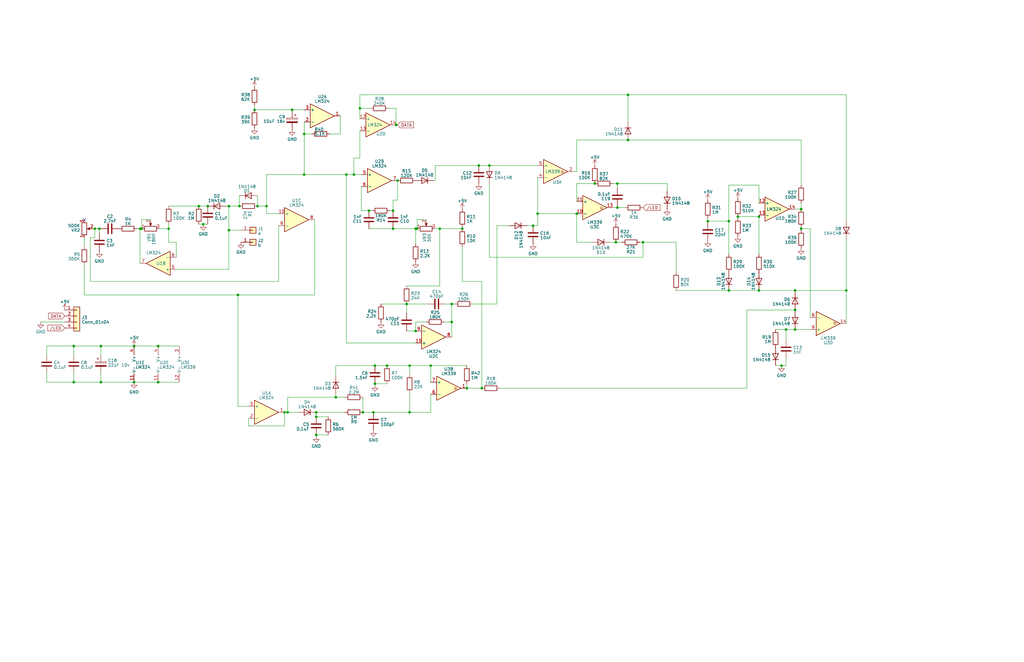
<source format=kicad_sch>
(kicad_sch (version 20230121) (generator eeschema)
  (paper "B")
  (lib_symbols
    (symbol "Amplifier_Operational:LM324" (pin_names (offset 0.127))
      (property "Reference" "U" (at 0 5.08 0))
      (property "Value" "LM324" (at 0 -5.08 0))
      (symbol "LM324_1_1"
        (polyline (pts (xy -5.08 5.08) (xy 5.08 0) (xy -5.08 -5.08) (xy -5.08 5.08)) (stroke (width 0.254)) (fill (type background)))
        (pin output line (at 7.62 0 180) (length 2.54) (name "~") (number "1"))
        (pin input line (at -7.62 -2.54 0) (length 2.54) (name "-") (number "2"))
        (pin input line (at -7.62 2.54 0) (length 2.54) (name "+") (number "3"))
      )
      (symbol "LM324_2_1"
        (polyline (pts (xy -5.08 5.08) (xy 5.08 0) (xy -5.08 -5.08) (xy -5.08 5.08)) (stroke (width 0.254)) (fill (type background)))
        (pin input line (at -7.62 2.54 0) (length 2.54) (name "+") (number "5"))
        (pin input line (at -7.62 -2.54 0) (length 2.54) (name "-") (number "6"))
        (pin output line (at 7.62 0 180) (length 2.54) (name "~") (number "7"))
      )
      (symbol "LM324_3_1"
        (polyline (pts (xy -5.08 5.08) (xy 5.08 0) (xy -5.08 -5.08) (xy -5.08 5.08)) (stroke (width 0.254)) (fill (type background)))
        (pin input line (at -7.62 2.54 0) (length 2.54) (name "+") (number "10"))
        (pin output line (at 7.62 0 180) (length 2.54) (name "~") (number "8"))
        (pin input line (at -7.62 -2.54 0) (length 2.54) (name "-") (number "9"))
      )
      (symbol "LM324_4_1"
        (polyline (pts (xy -5.08 5.08) (xy 5.08 0) (xy -5.08 -5.08) (xy -5.08 5.08)) (stroke (width 0.254)) (fill (type background)))
        (pin input line (at -7.62 2.54 0) (length 2.54) (name "+") (number "12"))
        (pin input line (at -7.62 -2.54 0) (length 2.54) (name "-") (number "13"))
        (pin output line (at 7.62 0 180) (length 2.54) (name "~") (number "14"))
      )
      (symbol "LM324_5_1"
        (pin power_in line (at -2.54 -7.62 90) (length 3.81) (name "V-") (number "11"))
        (pin power_in line (at -2.54 7.62 270) (length 3.81) (name "V+") (number "4"))
      )
    )
    (symbol "Comparator:LM339" (pin_names (offset 0.127))
      (property "Reference" "U" (at 0 5.08 0))
      (property "Value" "LM339" (at 0 -5.08 0))
      (symbol "LM339_1_1"
        (polyline (pts (xy -5.08 5.08) (xy 5.08 0) (xy -5.08 -5.08) (xy -5.08 5.08)) (stroke (width 0.254)) (fill (type background)))
        (polyline (pts (xy 3.302 -0.508) (xy 2.794 -0.508) (xy 3.302 0) (xy 2.794 0.508) (xy 2.286 0) (xy 2.794 -0.508) (xy 2.286 -0.508)) (stroke (width 0.127)))
        (pin open_collector line (at 7.62 0 180) (length 2.54) (name "~") (number "2"))
        (pin input line (at -7.62 -2.54 0) (length 2.54) (name "-") (number "4"))
        (pin input line (at -7.62 2.54 0) (length 2.54) (name "+") (number "5"))
      )
      (symbol "LM339_2_1"
        (polyline (pts (xy -5.08 5.08) (xy 5.08 0) (xy -5.08 -5.08) (xy -5.08 5.08)) (stroke (width 0.254)) (fill (type background)))
        (polyline (pts (xy 3.302 -0.508) (xy 2.794 -0.508) (xy 3.302 0) (xy 2.794 0.508) (xy 2.286 0) (xy 2.794 -0.508) (xy 2.286 -0.508)) (stroke (width 0.127)))
        (pin open_collector line (at 7.62 0 180) (length 2.54) (name "~") (number "1"))
        (pin input line (at -7.62 -2.54 0) (length 2.54) (name "-") (number "6"))
        (pin input line (at -7.62 2.54 0) (length 2.54) (name "+") (number "7"))
      )
      (symbol "LM339_3_1"
        (polyline (pts (xy -5.08 5.08) (xy 5.08 0) (xy -5.08 -5.08) (xy -5.08 5.08)) (stroke (width 0.254)) (fill (type background)))
        (polyline (pts (xy 3.302 -0.508) (xy 2.794 -0.508) (xy 3.302 0) (xy 2.794 0.508) (xy 2.286 0) (xy 2.794 -0.508) (xy 2.286 -0.508)) (stroke (width 0.127)))
        (pin input line (at -7.62 -2.54 0) (length 2.54) (name "-") (number "10"))
        (pin input line (at -7.62 2.54 0) (length 2.54) (name "+") (number "11"))
        (pin open_collector line (at 7.62 0 180) (length 2.54) (name "~") (number "13"))
      )
      (symbol "LM339_4_1"
        (polyline (pts (xy -5.08 5.08) (xy 5.08 0) (xy -5.08 -5.08) (xy -5.08 5.08)) (stroke (width 0.254)) (fill (type background)))
        (polyline (pts (xy 3.302 -0.508) (xy 2.794 -0.508) (xy 3.302 0) (xy 2.794 0.508) (xy 2.286 0) (xy 2.794 -0.508) (xy 2.286 -0.508)) (stroke (width 0.127)))
        (pin open_collector line (at 7.62 0 180) (length 2.54) (name "~") (number "14"))
        (pin input line (at -7.62 -2.54 0) (length 2.54) (name "-") (number "8"))
        (pin input line (at -7.62 2.54 0) (length 2.54) (name "+") (number "9"))
      )
      (symbol "LM339_5_1"
        (pin power_in line (at -2.54 -7.62 90) (length 3.81) (name "V-") (number "12"))
        (pin power_in line (at -2.54 7.62 270) (length 3.81) (name "V+") (number "3"))
      )
    )
    (symbol "Connector_Generic:Conn_01x01" (pin_names (offset 1.016) hide)
      (property "Reference" "J" (at 0 2.54 0))
      (property "Value" "Conn_01x01" (at 0 -2.54 0))
      (symbol "Conn_01x01_1_1"
        (rectangle (start -1.27 0.127) (end 0 -0.127) (stroke (width 0.1524)))
        (rectangle (start -1.27 1.27) (end 1.27 -1.27) (stroke (width 0.254)) (fill (type background)))
        (pin passive line (at -5.08 0 0) (length 3.81) (name "Pin_1") (number "1"))
      )
    )
    (symbol "Connector_Generic:Conn_01x04" (pin_names (offset 1.016) hide)
      (property "Reference" "J" (at 0 5.08 0))
      (property "Value" "Conn_01x04" (at 0 -7.62 0))
      (symbol "Conn_01x04_1_1"
        (rectangle (start -1.27 -4.953) (end 0 -5.207) (stroke (width 0.1524)))
        (rectangle (start -1.27 -2.413) (end 0 -2.667) (stroke (width 0.1524)))
        (rectangle (start -1.27 0.127) (end 0 -0.127) (stroke (width 0.1524)))
        (rectangle (start -1.27 2.667) (end 0 2.413) (stroke (width 0.1524)))
        (rectangle (start -1.27 3.81) (end 1.27 -6.35) (stroke (width 0.254)) (fill (type background)))
        (pin passive line (at -5.08 2.54 0) (length 3.81) (name "Pin_1") (number "1"))
        (pin passive line (at -5.08 0 0) (length 3.81) (name "Pin_2") (number "2"))
        (pin passive line (at -5.08 -2.54 0) (length 3.81) (name "Pin_3") (number "3"))
        (pin passive line (at -5.08 -5.08 0) (length 3.81) (name "Pin_4") (number "4"))
      )
    )
    (symbol "Device:C" (pin_numbers hide) (pin_names (offset 0.254))
      (property "Reference" "C" (at 0.635 2.54 0))
      (property "Value" "C" (at 0.635 -2.54 0))
      (symbol "C_0_1"
        (polyline (pts (xy -2.032 -0.762) (xy 2.032 -0.762)) (stroke (width 0.508)))
        (polyline (pts (xy -2.032 0.762) (xy 2.032 0.762)) (stroke (width 0.508)))
      )
      (symbol "C_1_1"
        (pin passive line (at 0 3.81 270) (length 2.794) (name "~") (number "1"))
        (pin passive line (at 0 -3.81 90) (length 2.794) (name "~") (number "2"))
      )
    )
    (symbol "Device:C_Polarized" (pin_numbers hide) (pin_names (offset 0.254))
      (property "Reference" "C" (at 0.635 2.54 0))
      (property "Value" "C_Polarized" (at 0.635 -2.54 0))
      (symbol "C_Polarized_0_1"
        (rectangle (start -2.286 0.508) (end 2.286 1.016))
        (polyline (pts (xy -1.778 2.286) (xy -0.762 2.286)))
        (polyline (pts (xy -1.27 2.794) (xy -1.27 1.778)))
        (rectangle (start 2.286 -0.508) (end -2.286 -1.016) (fill (type outline)))
      )
      (symbol "C_Polarized_1_1"
        (pin passive line (at 0 3.81 270) (length 2.794) (name "~") (number "1"))
        (pin passive line (at 0 -3.81 90) (length 2.794) (name "~") (number "2"))
      )
    )
    (symbol "Device:R" (pin_numbers hide) (pin_names (offset 0))
      (property "Reference" "R" (at 2.032 0 90))
      (property "Value" "R" (at 0 0 90))
      (symbol "R_0_1"
        (rectangle (start -1.016 -2.54) (end 1.016 2.54) (stroke (width 0.254)))
      )
      (symbol "R_1_1"
        (pin passive line (at 0 3.81 270) (length 1.27) (name "~") (number "1"))
        (pin passive line (at 0 -3.81 90) (length 1.27) (name "~") (number "2"))
      )
    )
    (symbol "Device:R_Potentiometer" (pin_names (offset 1.016) hide)
      (property "Reference" "RV" (at -4.445 0 90))
      (property "Value" "R_Potentiometer" (at -2.54 0 90))
      (symbol "R_Potentiometer_0_1"
        (polyline (pts (xy 2.54 0) (xy 1.524 0)))
        (polyline (pts (xy 1.143 0) (xy 2.286 0.508) (xy 2.286 -0.508) (xy 1.143 0)) (fill (type outline)))
        (rectangle (start 1.016 2.54) (end -1.016 -2.54) (stroke (width 0.254)))
      )
      (symbol "R_Potentiometer_1_1"
        (pin passive line (at 0 3.81 270) (length 1.27) (name "1") (number "1"))
        (pin passive line (at 3.81 0 180) (length 1.27) (name "2") (number "2"))
        (pin passive line (at 0 -3.81 90) (length 1.27) (name "3") (number "3"))
      )
    )
    (symbol "Diode:1N4148" (pin_numbers hide) (pin_names hide)
      (property "Reference" "D" (at 0 2.54 0))
      (property "Value" "1N4148" (at 0 -2.54 0))
      (symbol "1N4148_0_1"
        (polyline (pts (xy -1.27 1.27) (xy -1.27 -1.27)) (stroke (width 0.254)))
        (polyline (pts (xy 1.27 0) (xy -1.27 0)))
        (polyline (pts (xy 1.27 1.27) (xy 1.27 -1.27) (xy -1.27 0) (xy 1.27 1.27)) (stroke (width 0.254)))
      )
      (symbol "1N4148_1_1"
        (pin passive line (at -3.81 0 0) (length 2.54) (name "K") (number "1"))
        (pin passive line (at 3.81 0 180) (length 2.54) (name "A") (number "2"))
      )
    )
    (symbol "power:+5V" (power) (pin_names (offset 0))
      (property "Value" "+5V" (at 0 3.556 0))
      (symbol "+5V_0_1"
        (polyline (pts (xy -0.762 1.27) (xy 0 2.54)))
        (polyline (pts (xy 0 0) (xy 0 2.54)))
        (polyline (pts (xy 0 2.54) (xy 0.762 1.27)))
      )
      (symbol "+5V_1_1"
        (pin power_in line (at 0 0 90) (length 0) hide (name "+5V") (number "1"))
      )
    )
    (symbol "power:GND" (power) (pin_names (offset 0))
      (property "Value" "GND" (at 0 -3.81 0))
      (symbol "GND_0_1"
        (polyline (pts (xy 0 0) (xy 0 -1.27) (xy 1.27 -1.27) (xy 0 -2.54) (xy -1.27 -1.27) (xy 0 -1.27)))
      )
      (symbol "GND_1_1"
        (pin power_in line (at 0 0 270) (length 0) hide (name "GND") (number "1"))
      )
    )
  )
  (junction (at 121.285 173.99))
  (junction (at 112.395 86.995))
  (junction (at 133.35 175.895))
  (junction (at 59.055 96.52))
  (junction (at 96.52 86.995))
  (junction (at 175.26 96.52))
  (junction (at 87.63 86.995))
  (junction (at 100.33 124.46))
  (junction (at 108.585 86.995))
  (junction (at 158.115 154.305))
  (junction (at 128.27 56.515))
  (junction (at 56.515 146.05))
  (junction (at 85.725 94.615))
  (junction (at 320.04 122.555))
  (junction (at 56.515 161.29))
  (junction (at 100.965 86.995))
  (junction (at 203.2 163.83))
  (junction (at 171.45 128.27))
  (junction (at 201.93 69.85))
  (junction (at 243.205 90.17))
  (junction (at 320.04 91.44))
  (junction (at 59.69 96.52))
  (junction (at 335.28 130.81))
  (junction (at 42.545 146.05))
  (junction (at 329.565 154.305))
  (junction (at 307.34 93.345))
  (junction (at 107.315 46.355))
  (junction (at 264.795 59.055))
  (junction (at 167.005 52.705))
  (junction (at 260.35 87.63))
  (junction (at 175.895 96.52))
  (junction (at 175.26 139.7))
  (junction (at 172.72 173.99))
  (junction (at 224.79 95.25))
  (junction (at 40.005 96.52))
  (junction (at 250.825 77.47))
  (junction (at 66.675 146.05))
  (junction (at 259.715 102.235))
  (junction (at 149.225 73.66))
  (junction (at 226.695 90.17))
  (junction (at 165.735 96.52))
  (junction (at 157.48 173.99))
  (junction (at 146.05 73.66))
  (junction (at 190.5 128.27))
  (junction (at 165.735 88.9))
  (junction (at 194.945 96.52))
  (junction (at 335.28 122.555))
  (junction (at 271.145 102.235))
  (junction (at 356.87 122.555))
  (junction (at 298.45 93.345))
  (junction (at 133.35 173.99))
  (junction (at 83.82 86.995))
  (junction (at 206.375 69.85))
  (junction (at 190.5 135.89))
  (junction (at 42.545 161.29))
  (junction (at 31.115 146.05))
  (junction (at 153.035 173.99))
  (junction (at 41.91 96.52))
  (junction (at 31.115 161.29))
  (junction (at 185.42 96.52))
  (junction (at 133.35 183.515))
  (junction (at 337.82 88.265))
  (junction (at 158.115 161.925))
  (junction (at 337.82 96.52))
  (junction (at 196.85 163.83))
  (junction (at 71.12 96.52))
  (junction (at 120.015 173.99))
  (junction (at 123.19 46.355))
  (junction (at 167.64 76.2))
  (junction (at 311.15 91.44))
  (junction (at 172.72 154.305))
  (junction (at 260.35 77.47))
  (junction (at 181.61 154.305))
  (junction (at 163.195 154.305))
  (junction (at 128.27 73.66))
  (junction (at 141.605 167.64))
  (junction (at 264.795 40.005))
  (junction (at 335.28 139.065))
  (junction (at 331.47 139.065))
  (junction (at 96.52 97.155))
  (junction (at 155.575 88.9))
  (junction (at 151.765 45.72))
  (junction (at 307.34 122.555))
  (junction (at 66.675 161.29))
  (no_connect (at 35.56 92.71))
  (wire (pts (xy 112.395 90.17) (xy 112.395 86.995)))
  (wire (pts (xy 337.82 85.725) (xy 337.82 88.265)))
  (wire (pts (xy 121.285 173.99) (xy 121.285 167.64)))
  (wire (pts (xy 57.785 96.52) (xy 59.055 96.52)))
  (wire (pts (xy 31.115 161.29) (xy 42.545 161.29)))
  (wire (pts (xy 112.395 86.995) (xy 112.395 73.66)))
  (wire (pts (xy 307.34 78.105) (xy 307.34 93.345)))
  (wire (pts (xy 96.52 97.155) (xy 96.52 113.665)))
  (wire (pts (xy 131.445 56.515) (xy 128.27 56.515)))
  (wire (pts (xy 175.26 144.78) (xy 146.05 144.78)))
  (wire (pts (xy 31.115 161.29) (xy 31.115 157.48)))
  (wire (pts (xy 133.35 183.515) (xy 138.43 183.515)))
  (wire (pts (xy 59.69 92.71) (xy 63.5 92.71)))
  (wire (pts (xy 74.295 102.235) (xy 71.12 102.235)))
  (wire (pts (xy 337.82 96.52) (xy 341.63 96.52)))
  (wire (pts (xy 298.45 92.075) (xy 298.45 93.345)))
  (wire (pts (xy 128.27 56.515) (xy 128.27 73.66)))
  (wire (pts (xy 175.26 96.52) (xy 175.895 96.52)))
  (wire (pts (xy 307.34 93.345) (xy 307.34 107.315)))
  (wire (pts (xy 104.775 171.45) (xy 100.33 171.45)))
  (wire (pts (xy 203.2 118.745) (xy 194.945 118.745)))
  (wire (pts (xy 42.545 146.05) (xy 42.545 149.86)))
  (wire (pts (xy 167.005 52.705) (xy 167.64 52.705)))
  (wire (pts (xy 108.585 86.995) (xy 112.395 86.995)))
  (wire (pts (xy 175.26 135.89) (xy 179.705 135.89)))
  (wire (pts (xy 41.91 96.52) (xy 41.91 98.425)))
  (wire (pts (xy 100.965 82.55) (xy 100.965 86.995)))
  (wire (pts (xy 183.515 69.85) (xy 201.93 69.85)))
  (wire (pts (xy 337.82 96.52) (xy 337.82 97.155)))
  (wire (pts (xy 59.055 96.52) (xy 59.055 111.125)))
  (wire (pts (xy 31.115 146.05) (xy 42.545 146.05)))
  (wire (pts (xy 156.845 88.9) (xy 155.575 88.9)))
  (wire (pts (xy 258.445 77.47) (xy 260.35 77.47)))
  (wire (pts (xy 263.525 87.63) (xy 260.35 87.63)))
  (wire (pts (xy 74.295 113.665) (xy 96.52 113.665)))
  (wire (pts (xy 133.35 173.99) (xy 145.415 173.99)))
  (wire (pts (xy 335.28 130.81) (xy 335.28 131.445)))
  (wire (pts (xy 121.285 173.99) (xy 125.73 173.99)))
  (wire (pts (xy 226.695 90.17) (xy 243.205 90.17)))
  (wire (pts (xy 152.4 78.74) (xy 152.4 88.9)))
  (wire (pts (xy 320.04 107.315) (xy 320.04 91.44)))
  (wire (pts (xy 190.5 135.89) (xy 187.325 135.89)))
  (wire (pts (xy 320.04 91.44) (xy 320.04 90.805)))
  (wire (pts (xy 185.42 96.52) (xy 194.945 96.52)))
  (wire (pts (xy 165.735 96.52) (xy 175.26 96.52)))
  (wire (pts (xy 141.605 167.64) (xy 145.415 167.64)))
  (wire (pts (xy 181.61 166.37) (xy 181.61 173.99)))
  (wire (pts (xy 329.565 154.305) (xy 331.47 154.305)))
  (wire (pts (xy 356.87 136.525) (xy 356.87 122.555)))
  (wire (pts (xy 42.545 146.05) (xy 56.515 146.05)))
  (wire (pts (xy 190.5 142.24) (xy 190.5 135.89)))
  (wire (pts (xy 71.12 86.995) (xy 83.82 86.995)))
  (wire (pts (xy 257.175 102.235) (xy 259.715 102.235)))
  (wire (pts (xy 151.765 45.72) (xy 151.765 50.165)))
  (wire (pts (xy 95.25 86.995) (xy 96.52 86.995)))
  (wire (pts (xy 331.47 154.305) (xy 331.47 151.13)))
  (wire (pts (xy 298.45 93.345) (xy 298.45 93.98)))
  (wire (pts (xy 151.765 66.675) (xy 149.225 66.675)))
  (wire (pts (xy 104.775 176.53) (xy 104.775 179.705)))
  (wire (pts (xy 175.895 92.71) (xy 179.705 92.71)))
  (wire (pts (xy 153.035 167.64) (xy 153.035 173.99)))
  (wire (pts (xy 117.475 90.17) (xy 112.395 90.17)))
  (wire (pts (xy 243.205 77.47) (xy 243.205 85.09)))
  (wire (pts (xy 209.55 128.27) (xy 199.39 128.27)))
  (wire (pts (xy 141.605 154.305) (xy 158.115 154.305)))
  (wire (pts (xy 133.35 184.15) (xy 133.35 183.515)))
  (wire (pts (xy 243.205 72.39) (xy 243.205 59.055)))
  (wire (pts (xy 139.065 56.515) (xy 143.51 56.515)))
  (wire (pts (xy 19.685 161.29) (xy 19.685 157.48)))
  (wire (pts (xy 196.85 161.925) (xy 196.85 163.83)))
  (wire (pts (xy 260.35 87.63) (xy 258.445 87.63)))
  (wire (pts (xy 337.82 59.055) (xy 264.795 59.055)))
  (wire (pts (xy 66.675 146.05) (xy 56.515 146.05)))
  (wire (pts (xy 40.005 96.52) (xy 41.91 96.52)))
  (wire (pts (xy 341.63 96.52) (xy 341.63 133.985)))
  (wire (pts (xy 172.72 173.99) (xy 172.72 165.735)))
  (wire (pts (xy 146.05 144.78) (xy 146.05 73.66)))
  (wire (pts (xy 42.545 96.52) (xy 41.91 96.52)))
  (wire (pts (xy 138.43 175.895) (xy 133.35 175.895)))
  (wire (pts (xy 85.725 94.615) (xy 87.63 94.615)))
  (wire (pts (xy 158.115 162.56) (xy 158.115 161.925)))
  (wire (pts (xy 203.2 163.83) (xy 203.2 118.745)))
  (wire (pts (xy 209.55 95.25) (xy 209.55 128.27)))
  (wire (pts (xy 337.82 95.885) (xy 337.82 96.52)))
  (wire (pts (xy 206.375 69.85) (xy 226.695 69.85)))
  (wire (pts (xy 141.605 158.75) (xy 141.605 154.305)))
  (wire (pts (xy 194.945 118.745) (xy 194.945 104.14)))
  (wire (pts (xy 67.31 96.52) (xy 71.12 96.52)))
  (wire (pts (xy 160.655 128.27) (xy 171.45 128.27)))
  (wire (pts (xy 191.77 128.27) (xy 190.5 128.27)))
  (wire (pts (xy 222.25 95.25) (xy 224.79 95.25)))
  (wire (pts (xy 71.12 96.52) (xy 71.12 102.235)))
  (wire (pts (xy 66.675 161.29) (xy 56.515 161.29)))
  (wire (pts (xy 31.115 146.05) (xy 31.115 149.86)))
  (wire (pts (xy 17.145 135.89) (xy 27.305 135.89)))
  (wire (pts (xy 117.475 95.25) (xy 117.475 118.745)))
  (wire (pts (xy 120.015 173.99) (xy 121.285 173.99)))
  (wire (pts (xy 39.37 96.52) (xy 40.005 96.52)))
  (wire (pts (xy 181.61 154.305) (xy 196.85 154.305)))
  (wire (pts (xy 75.565 161.29) (xy 66.675 161.29)))
  (wire (pts (xy 167.64 84.455) (xy 165.735 84.455)))
  (wire (pts (xy 226.695 95.25) (xy 226.695 90.17)))
  (wire (pts (xy 74.295 108.585) (xy 74.295 102.235)))
  (wire (pts (xy 337.82 59.055) (xy 337.82 78.105)))
  (wire (pts (xy 40.005 96.52) (xy 40.005 100.33)))
  (wire (pts (xy 167.005 45.72) (xy 163.83 45.72)))
  (wire (pts (xy 356.87 100.965) (xy 356.87 122.555)))
  (wire (pts (xy 194.945 95.885) (xy 194.945 96.52)))
  (wire (pts (xy 226.695 74.93) (xy 226.695 90.17)))
  (wire (pts (xy 175.26 139.7) (xy 175.26 135.89)))
  (wire (pts (xy 42.545 161.29) (xy 56.515 161.29)))
  (wire (pts (xy 35.56 100.33) (xy 35.56 104.14)))
  (wire (pts (xy 165.735 96.52) (xy 155.575 96.52)))
  (wire (pts (xy 83.82 94.615) (xy 85.725 94.615)))
  (wire (pts (xy 171.45 139.7) (xy 175.26 139.7)))
  (wire (pts (xy 100.33 124.46) (xy 100.33 171.45)))
  (wire (pts (xy 96.52 86.995) (xy 100.965 86.995)))
  (wire (pts (xy 83.82 86.995) (xy 87.63 86.995)))
  (wire (pts (xy 165.735 88.9) (xy 164.465 88.9)))
  (wire (pts (xy 172.72 173.99) (xy 181.61 173.99)))
  (wire (pts (xy 243.205 102.235) (xy 243.205 90.17)))
  (wire (pts (xy 264.795 40.005) (xy 356.87 40.005)))
  (wire (pts (xy 335.28 122.555) (xy 335.28 123.19)))
  (wire (pts (xy 210.82 163.83) (xy 314.96 163.83)))
  (wire (pts (xy 107.315 46.355) (xy 107.315 44.45)))
  (wire (pts (xy 19.685 146.05) (xy 19.685 149.86)))
  (wire (pts (xy 264.795 40.005) (xy 264.795 51.435)))
  (wire (pts (xy 121.285 167.64) (xy 141.605 167.64)))
  (wire (pts (xy 241.935 72.39) (xy 243.205 72.39)))
  (wire (pts (xy 183.515 76.2) (xy 183.515 69.85)))
  (wire (pts (xy 123.19 46.355) (xy 128.27 46.355)))
  (wire (pts (xy 158.115 154.305) (xy 163.195 154.305)))
  (wire (pts (xy 175.895 96.52) (xy 175.895 92.71)))
  (wire (pts (xy 133.35 173.99) (xy 133.35 175.895)))
  (wire (pts (xy 314.96 130.81) (xy 335.28 130.81)))
  (wire (pts (xy 149.225 66.675) (xy 149.225 73.66)))
  (wire (pts (xy 171.45 128.27) (xy 171.45 132.08)))
  (wire (pts (xy 331.47 143.51) (xy 331.47 139.065)))
  (wire (pts (xy 38.1 118.745) (xy 117.475 118.745)))
  (wire (pts (xy 141.605 166.37) (xy 141.605 167.64)))
  (wire (pts (xy 335.28 88.265) (xy 337.82 88.265)))
  (wire (pts (xy 128.27 73.66) (xy 146.05 73.66)))
  (wire (pts (xy 167.005 52.705) (xy 167.005 45.72)))
  (wire (pts (xy 269.875 102.235) (xy 271.145 102.235)))
  (wire (pts (xy 151.765 40.005) (xy 264.795 40.005)))
  (wire (pts (xy 123.19 46.355) (xy 123.19 46.99)))
  (wire (pts (xy 259.715 102.235) (xy 262.255 102.235)))
  (wire (pts (xy 206.375 77.47) (xy 206.375 108.585)))
  (wire (pts (xy 153.035 173.99) (xy 157.48 173.99)))
  (wire (pts (xy 185.42 120.65) (xy 185.42 96.52)))
  (wire (pts (xy 132.715 124.46) (xy 132.715 92.71)))
  (wire (pts (xy 108.585 82.55) (xy 108.585 86.995)))
  (wire (pts (xy 75.565 146.05) (xy 66.675 146.05)))
  (wire (pts (xy 311.15 91.44) (xy 311.15 92.075)))
  (wire (pts (xy 271.145 102.235) (xy 285.115 102.235)))
  (wire (pts (xy 167.64 76.2) (xy 167.64 84.455)))
  (wire (pts (xy 271.145 108.585) (xy 271.145 102.235)))
  (wire (pts (xy 214.63 95.25) (xy 209.55 95.25)))
  (wire (pts (xy 38.1 100.33) (xy 38.1 118.745)))
  (wire (pts (xy 35.56 111.76) (xy 35.56 124.46)))
  (wire (pts (xy 281.305 77.47) (xy 281.305 80.645)))
  (wire (pts (xy 206.375 108.585) (xy 271.145 108.585)))
  (wire (pts (xy 120.015 179.705) (xy 120.015 173.99)))
  (wire (pts (xy 182.88 76.2) (xy 183.515 76.2)))
  (wire (pts (xy 163.195 154.305) (xy 172.72 154.305)))
  (wire (pts (xy 281.305 77.47) (xy 260.35 77.47)))
  (wire (pts (xy 331.47 139.065) (xy 335.28 139.065)))
  (wire (pts (xy 298.45 93.345) (xy 307.34 93.345)))
  (wire (pts (xy 19.685 146.05) (xy 31.115 146.05)))
  (wire (pts (xy 152.4 88.9) (xy 155.575 88.9)))
  (wire (pts (xy 307.34 122.555) (xy 320.04 122.555)))
  (wire (pts (xy 320.04 122.555) (xy 335.28 122.555)))
  (wire (pts (xy 356.87 93.345) (xy 356.87 40.005)))
  (wire (pts (xy 100.33 124.46) (xy 132.715 124.46)))
  (wire (pts (xy 181.61 154.305) (xy 181.61 161.29)))
  (wire (pts (xy 335.28 122.555) (xy 356.87 122.555)))
  (wire (pts (xy 38.1 100.33) (xy 40.005 100.33)))
  (wire (pts (xy 19.685 161.29) (xy 31.115 161.29)))
  (wire (pts (xy 183.515 96.52) (xy 185.42 96.52)))
  (wire (pts (xy 196.85 163.83) (xy 203.2 163.83)))
  (wire (pts (xy 128.27 51.435) (xy 128.27 56.515)))
  (wire (pts (xy 335.28 139.065) (xy 341.63 139.065)))
  (wire (pts (xy 314.96 163.83) (xy 314.96 130.81)))
  (wire (pts (xy 151.765 45.72) (xy 156.21 45.72)))
  (wire (pts (xy 151.765 55.245) (xy 151.765 66.675)))
  (wire (pts (xy 149.225 73.66) (xy 152.4 73.66)))
  (wire (pts (xy 285.115 122.555) (xy 307.34 122.555)))
  (wire (pts (xy 71.12 94.615) (xy 71.12 96.52)))
  (wire (pts (xy 143.51 56.515) (xy 143.51 48.895)))
  (wire (pts (xy 157.48 173.99) (xy 172.72 173.99)))
  (wire (pts (xy 59.055 96.52) (xy 59.69 96.52)))
  (wire (pts (xy 243.205 59.055) (xy 264.795 59.055)))
  (wire (pts (xy 35.56 124.46) (xy 100.33 124.46)))
  (wire (pts (xy 320.04 78.105) (xy 320.04 85.725)))
  (wire (pts (xy 243.205 77.47) (xy 250.825 77.47)))
  (wire (pts (xy 128.27 73.66) (xy 112.395 73.66)))
  (wire (pts (xy 96.52 97.155) (xy 101.6 97.155)))
  (wire (pts (xy 107.315 46.355) (xy 123.19 46.355)))
  (wire (pts (xy 260.35 86.995) (xy 260.35 87.63)))
  (wire (pts (xy 224.79 95.25) (xy 226.695 95.25)))
  (wire (pts (xy 320.04 78.105) (xy 307.34 78.105)))
  (wire (pts (xy 249.555 102.235) (xy 243.205 102.235)))
  (wire (pts (xy 190.5 135.89) (xy 190.5 128.27)))
  (wire (pts (xy 187.96 128.27) (xy 190.5 128.27)))
  (wire (pts (xy 59.69 96.52) (xy 59.69 92.71)))
  (wire (pts (xy 42.545 161.29) (xy 42.545 157.48)))
  (wire (pts (xy 171.45 128.27) (xy 180.34 128.27)))
  (wire (pts (xy 104.775 179.705) (xy 120.015 179.705)))
  (wire (pts (xy 171.45 120.65) (xy 185.42 120.65)))
  (wire (pts (xy 260.35 77.47) (xy 260.35 79.375)))
  (wire (pts (xy 285.115 102.235) (xy 285.115 114.935)))
  (wire (pts (xy 175.26 102.87) (xy 175.26 96.52)))
  (wire (pts (xy 172.72 154.305) (xy 172.72 158.115)))
  (wire (pts (xy 327.025 139.065) (xy 331.47 139.065)))
  (wire (pts (xy 146.05 73.66) (xy 149.225 73.66)))
  (wire (pts (xy 151.765 40.005) (xy 151.765 45.72)))
  (wire (pts (xy 201.93 69.85) (xy 206.375 69.85)))
  (wire (pts (xy 96.52 86.995) (xy 96.52 97.155)))
  (wire (pts (xy 320.04 91.44) (xy 311.15 91.44)))
  (wire (pts (xy 172.72 154.305) (xy 181.61 154.305)))
  (wire (pts (xy 327.025 154.305) (xy 329.565 154.305)))
  (wire (pts (xy 158.115 161.925) (xy 163.195 161.925)))
  (wire (pts (xy 165.735 84.455) (xy 165.735 88.9)))
  (global_label "DATA" (shape input) (at 27.305 133.35 180) (property "Intersheetrefs" "${INTERSHEET_REFS}" (effects hide)))
  (global_label "DATA" (shape input) (at 167.64 52.705 0) (property "Intersheetrefs" "${INTERSHEET_REFS}" (effects hide)))
  (global_label "{slash}LED" (shape input) (at 271.145 87.63 0) (property "Intersheetrefs" "${INTERSHEET_REFS}" (effects hide)))
  (global_label "{slash}LED" (shape input) (at 27.305 138.43 180) (property "Intersheetrefs" "${INTERSHEET_REFS}" (effects hide)))
  (symbol (lib_id "Device:R") (at 250.825 73.66 0) (mirror y) (unit 1)
    (property "Reference" "R16" (at 249.047 73.0163 0) (effects (justify left)))
    (property "Value" "150K" (at 249.047 74.9373 0) (effects (justify left)))
  )
  (symbol (lib_id "Device:R") (at 337.82 92.075 0) (mirror y) (unit 1)
    (property "Reference" "R34" (at 336.042 91.4313 0) (effects (justify left)))
    (property "Value" "180K" (at 336.042 93.3523 0) (effects (justify left)))
  )
  (symbol (lib_id "power:GND") (at 224.79 102.87 0) (unit 1)
    (property "Reference" "#PWR020" (effects hide))
    (property "Value" "GND" (at 224.79 107.0055 0))
  )
  (symbol (lib_id "Amplifier_Operational:LM324") (at 66.675 111.125 180) (unit 2)
    (property "Reference" "U1" (at 67.945 111.125 0))
    (property "Value" "LM324" (at 64.77 106.68 0))
    (property "Datasheet" "http://www.ti.com/lit/ds/symlink/lm2902-n.pdf" (effects hide))
  )
  (symbol (lib_id "Amplifier_Operational:LM324") (at 135.89 48.895 0) (unit 1)
    (property "Reference" "U2" (at 135.89 40.8051 0))
    (property "Value" "LM324" (at 135.89 42.7261 0))
    (property "Datasheet" "http://www.ti.com/lit/ds/symlink/lm2902-n.pdf" (effects hide))
  )
  (symbol (lib_id "power:+5V") (at 56.515 146.05 0) (unit 1)
    (property "Reference" "#PWR04" (effects hide))
    (property "Value" "+5V" (at 56.515 142.5481 0))
  )
  (symbol (lib_id "power:+5V") (at 250.825 69.85 0) (unit 1)
    (property "Reference" "#PWR028" (effects hide))
    (property "Value" "+5V" (at 250.825 66.3481 0))
  )
  (symbol (lib_id "Device:R") (at 172.72 161.925 0) (unit 1)
    (property "Reference" "R8" (at 174.498 161.2813 0) (effects (justify left)))
    (property "Value" "22K" (at 174.498 163.2023 0) (effects (justify left)))
  )
  (symbol (lib_id "Amplifier_Operational:LM324") (at 160.02 76.2 0) (unit 2)
    (property "Reference" "U2" (at 160.02 68.1101 0))
    (property "Value" "LM324" (at 160.02 70.0311 0))
    (property "Datasheet" "http://www.ti.com/lit/ds/symlink/lm2902-n.pdf" (effects hide))
  )
  (symbol (lib_id "Diode:1N4148") (at 335.28 127 90) (mirror x) (unit 1)
    (property "Reference" "D6" (at 333.248 126.3563 90) (effects (justify left)))
    (property "Value" "1N4148" (at 333.248 128.2773 90) (effects (justify left)))
    (property "Footprint" "Diode_THT:D_DO-35_SOD27_P7.62mm_Horizontal" (effects hide))
    (property "Datasheet" "https://assets.nexperia.com/documents/data-sheet/1N4148_1N4448.pdf" (effects hide))
    (property "Sim.Device" "D" (effects hide))
    (property "Sim.Pins" "1=K 2=A" (effects hide))
  )
  (symbol (lib_id "Device:C") (at 46.355 96.52 90) (unit 1)
    (property "Reference" "C2" (at 46.355 91.3511 90))
    (property "Value" "2.7nF" (at 46.355 93.2721 90))
  )
  (symbol (lib_id "power:GND") (at 158.115 162.56 0) (unit 1)
    (property "Reference" "#PWR016" (effects hide))
    (property "Value" "GND" (at 158.115 166.6955 0))
  )
  (symbol (lib_id "Device:R") (at 320.04 111.125 0) (unit 1)
    (property "Reference" "R30" (at 321.818 110.4813 0) (effects (justify left)))
    (property "Value" "510K" (at 321.818 112.4023 0) (effects (justify left)))
  )
  (symbol (lib_id "Device:R") (at 171.45 76.2 90) (unit 1)
    (property "Reference" "R15" (at 171.45 72.1741 90))
    (property "Value" "120K" (at 171.45 74.0951 90))
  )
  (symbol (lib_id "Device:C") (at 87.63 90.805 0) (unit 1)
    (property "Reference" "C1" (at 90.551 90.1613 0) (effects (justify left)))
    (property "Value" "0.1uF" (at 90.551 92.0823 0) (effects (justify left)))
  )
  (symbol (lib_id "power:GND") (at 311.15 99.695 0) (unit 1)
    (property "Reference" "#PWR013" (effects hide))
    (property "Value" "GND" (at 311.15 103.8305 0))
  )
  (symbol (lib_id "power:+5V") (at 311.15 83.82 0) (unit 1)
    (property "Reference" "#PWR029" (effects hide))
    (property "Value" "+5V" (at 311.15 80.3181 0))
  )
  (symbol (lib_id "Device:R_Potentiometer") (at 63.5 96.52 90) (unit 1)
    (property "Reference" "VR1" (at 62.8563 98.2979 0) (effects (justify right)))
    (property "Value" "180K" (at 64.7773 98.2979 0) (effects (justify right)))
  )
  (symbol (lib_id "Device:R_Potentiometer") (at 179.705 96.52 90) (unit 1)
    (property "Reference" "VR3" (at 179.0613 98.298 0) (effects (justify right)))
    (property "Value" "50K" (at 180.9823 98.298 0) (effects (justify right)))
  )
  (symbol (lib_id "Device:R") (at 160.655 88.9 270) (unit 1)
    (property "Reference" "R14" (at 160.655 92.9259 90))
    (property "Value" "180K" (at 160.655 91.0049 90))
  )
  (symbol (lib_id "Device:C_Polarized") (at 123.19 50.8 0) (mirror y) (unit 1)
    (property "Reference" "C9" (at 120.269 49.2673 0) (effects (justify left)))
    (property "Value" "10uF 16v" (at 120.269 51.1883 0) (effects (justify left)))
  )
  (symbol (lib_id "Device:R") (at 311.15 87.63 0) (unit 1)
    (property "Reference" "R32" (at 312.928 86.9863 0) (effects (justify left)))
    (property "Value" "510K" (at 312.928 88.9073 0) (effects (justify left)))
  )
  (symbol (lib_id "Diode:1N4148") (at 253.365 102.235 0) (mirror y) (unit 1)
    (property "Reference" "D10" (at 253.365 106.5149 0))
    (property "Value" "1N4148" (at 253.365 104.5939 0))
    (property "Footprint" "Diode_THT:D_DO-35_SOD27_P7.62mm_Horizontal" (effects hide))
    (property "Datasheet" "https://assets.nexperia.com/documents/data-sheet/1N4148_1N4448.pdf" (effects hide))
    (property "Sim.Device" "D" (effects hide))
    (property "Sim.Pins" "1=K 2=A" (effects hide))
  )
  (symbol (lib_id "Diode:1N4148") (at 264.795 55.245 90) (mirror x) (unit 1)
    (property "Reference" "D11" (at 262.763 54.6013 90) (effects (justify left)))
    (property "Value" "1N4148" (at 262.763 56.5223 90) (effects (justify left)))
    (property "Footprint" "Diode_THT:D_DO-35_SOD27_P7.62mm_Horizontal" (effects hide))
    (property "Datasheet" "https://assets.nexperia.com/documents/data-sheet/1N4148_1N4448.pdf" (effects hide))
    (property "Sim.Device" "D" (effects hide))
    (property "Sim.Pins" "1=K 2=A" (effects hide))
  )
  (symbol (lib_id "Device:C") (at 224.79 99.06 0) (unit 1)
    (property "Reference" "C16" (at 227.711 98.4163 0) (effects (justify left)))
    (property "Value" "10nF" (at 227.711 100.3373 0) (effects (justify left)))
  )
  (symbol (lib_id "Diode:1N4148") (at 335.28 135.255 270) (mirror x) (unit 1)
    (property "Reference" "D7" (at 333.248 134.6113 90) (effects (justify right)))
    (property "Value" "1N4148" (at 333.248 136.5323 90) (effects (justify right)))
    (property "Footprint" "Diode_THT:D_DO-35_SOD27_P7.62mm_Horizontal" (effects hide))
    (property "Datasheet" "https://assets.nexperia.com/documents/data-sheet/1N4148_1N4448.pdf" (effects hide))
    (property "Sim.Device" "D" (effects hide))
    (property "Sim.Pins" "1=K 2=A" (effects hide))
  )
  (symbol (lib_id "Device:R") (at 53.975 96.52 90) (unit 1)
    (property "Reference" "R4" (at 53.975 92.4941 90))
    (property "Value" "1K" (at 53.975 94.4151 90))
  )
  (symbol (lib_id "Device:C") (at 155.575 92.71 180) (unit 1)
    (property "Reference" "C11" (at 152.654 93.3537 0) (effects (justify left)))
    (property "Value" "1nF" (at 152.654 91.4327 0) (effects (justify left)))
  )
  (symbol (lib_id "Device:R") (at 71.12 90.805 0) (unit 1)
    (property "Reference" "R3" (at 72.898 90.1613 0) (effects (justify left)))
    (property "Value" "100K" (at 72.898 92.0823 0) (effects (justify left)))
  )
  (symbol (lib_id "Diode:1N4148") (at 179.07 76.2 180) (unit 1)
    (property "Reference" "D5" (at 179.07 71.9201 0))
    (property "Value" "1N4148" (at 179.07 73.8411 0))
    (property "Footprint" "Diode_THT:D_DO-35_SOD27_P7.62mm_Horizontal" (effects hide))
    (property "Datasheet" "https://assets.nexperia.com/documents/data-sheet/1N4148_1N4448.pdf" (effects hide))
    (property "Sim.Device" "D" (effects hide))
    (property "Sim.Pins" "1=K 2=A" (effects hide))
  )
  (symbol (lib_id "Connector_Generic:Conn_01x01") (at 106.68 102.235 0) (unit 1)
    (property "Reference" "J2" (at 108.712 101.5913 0) (effects (justify left)))
    (property "Value" "b" (at 108.712 103.5123 0) (effects (justify left)))
  )
  (symbol (lib_id "power:GND") (at 337.82 104.775 0) (unit 1)
    (property "Reference" "#PWR012" (effects hide))
    (property "Value" "GND" (at 337.82 108.9105 0))
  )
  (symbol (lib_id "Diode:1N4148") (at 104.775 82.55 0) (mirror x) (unit 1)
    (property "Reference" "D1" (at 105.4187 80.518 0) (effects (justify right)))
    (property "Value" "1N4148" (at 107.95 78.74 0) (effects (justify right)))
    (property "Footprint" "Diode_THT:D_DO-35_SOD27_P7.62mm_Horizontal" (effects hide))
    (property "Datasheet" "https://assets.nexperia.com/documents/data-sheet/1N4148_1N4448.pdf" (effects hide))
    (property "Sim.Device" "D" (effects hide))
    (property "Sim.Pins" "1=K 2=A" (effects hide))
  )
  (symbol (lib_id "Device:C") (at 184.15 128.27 90) (unit 1)
    (property "Reference" "C14" (at 184.15 123.1011 90))
    (property "Value" "470pF" (at 184.15 125.0221 90))
  )
  (symbol (lib_id "Diode:1N4148") (at 281.305 84.455 90) (unit 1)
    (property "Reference" "D16" (at 283.337 83.8113 90) (effects (justify right)))
    (property "Value" "1N4148" (at 283.337 85.7323 90) (effects (justify right)))
    (property "Footprint" "Diode_THT:D_DO-35_SOD27_P7.62mm_Horizontal" (effects hide))
    (property "Datasheet" "https://assets.nexperia.com/documents/data-sheet/1N4148_1N4448.pdf" (effects hide))
    (property "Sim.Device" "D" (effects hide))
    (property "Sim.Pins" "1=K 2=A" (effects hide))
  )
  (symbol (lib_id "Device:R") (at 337.82 81.915 0) (mirror y) (unit 1)
    (property "Reference" "R27" (at 336.042 81.2713 0) (effects (justify left)))
    (property "Value" "100K" (at 336.042 83.1923 0) (effects (justify left)))
  )
  (symbol (lib_id "Device:R") (at 107.315 50.165 0) (mirror y) (unit 1)
    (property "Reference" "R39" (at 105.537 49.5213 0) (effects (justify left)))
    (property "Value" "39K" (at 105.537 51.4423 0) (effects (justify left)))
  )
  (symbol (lib_id "Device:C") (at 31.115 153.67 0) (unit 1)
    (property "Reference" "C8" (at 34.036 153.0263 0) (effects (justify left)))
    (property "Value" "0.1uF" (at 34.036 154.9473 0) (effects (justify left)))
  )
  (symbol (lib_id "Amplifier_Operational:LM324") (at 59.055 153.67 0) (unit 5)
    (property "Reference" "U1" (at 57.15 153.0263 0) (effects (justify left)))
    (property "Value" "LM324" (at 57.15 154.9473 0) (effects (justify left)))
    (property "Datasheet" "http://www.ti.com/lit/ds/symlink/lm2902-n.pdf" (effects hide))
  )
  (symbol (lib_id "Device:C") (at 133.35 179.705 0) (mirror y) (unit 1)
    (property "Reference" "C5" (at 130.429 179.0613 0) (effects (justify left)))
    (property "Value" "0.1uF" (at 130.429 180.9823 0) (effects (justify left)))
  )
  (symbol (lib_id "power:GND") (at 133.35 184.15 0) (unit 1)
    (property "Reference" "#PWR024" (effects hide))
    (property "Value" "GND" (at 133.35 188.2855 0))
  )
  (symbol (lib_id "power:GND") (at 201.93 77.47 0) (mirror y) (unit 1)
    (property "Reference" "#PWR017" (effects hide))
    (property "Value" "GND" (at 201.93 81.6055 0))
  )
  (symbol (lib_id "power:+5V") (at 298.45 84.455 0) (mirror y) (unit 1)
    (property "Reference" "#PWR030" (effects hide))
    (property "Value" "+5V" (at 298.45 80.9531 0))
  )
  (symbol (lib_id "Diode:1N4148") (at 218.44 95.25 0) (mirror y) (unit 1)
    (property "Reference" "D12" (at 217.7963 97.282 90) (effects (justify right)))
    (property "Value" "1N4148" (at 219.7173 97.282 90) (effects (justify right)))
    (property "Footprint" "Diode_THT:D_DO-35_SOD27_P7.62mm_Horizontal" (effects hide))
    (property "Datasheet" "https://assets.nexperia.com/documents/data-sheet/1N4148_1N4448.pdf" (effects hide))
    (property "Sim.Device" "D" (effects hide))
    (property "Sim.Pins" "1=K 2=A" (effects hide))
  )
  (symbol (lib_id "Comparator:LM339") (at 189.23 163.83 0) (unit 2)
    (property "Reference" "U3" (at 189.23 155.7401 0))
    (property "Value" "LM339" (at 189.23 157.6611 0))
    (property "Datasheet" "https://www.st.com/resource/en/datasheet/lm139.pdf" (effects hide))
  )
  (symbol (lib_id "Device:R") (at 104.775 86.995 270) (unit 1)
    (property "Reference" "R1" (at 105.4187 88.773 0) (effects (justify left)))
    (property "Value" "27K" (at 103.4977 88.773 0) (effects (justify left)))
  )
  (symbol (lib_id "Device:C_Polarized") (at 42.545 153.67 0) (unit 1)
    (property "Reference" "C18" (at 45.466 152.1373 0) (effects (justify left)))
    (property "Value" "22uF 10v" (at 45.466 154.0583 0) (effects (justify left)))
  )
  (symbol (lib_id "power:+5V") (at 194.945 88.265 0) (unit 1)
    (property "Reference" "#PWR08" (effects hide))
    (property "Value" "+5V" (at 194.945 84.7631 0))
  )
  (symbol (lib_id "Device:R") (at 307.34 111.125 0) (unit 1)
    (property "Reference" "R29" (at 309.118 110.4813 0) (effects (justify left)))
    (property "Value" "100K" (at 309.118 112.4023 0) (effects (justify left)))
  )
  (symbol (lib_id "Device:R") (at 267.335 87.63 270) (unit 1)
    (property "Reference" "R36" (at 267.335 91.6559 90))
    (property "Value" "1K" (at 267.335 89.7349 90))
  )
  (symbol (lib_id "Amplifier_Operational:LM324") (at 182.88 142.24 0) (mirror x) (unit 3)
    (property "Reference" "U2" (at 182.88 150.3299 0))
    (property "Value" "LM324" (at 182.88 148.4089 0))
    (property "Datasheet" "http://www.ti.com/lit/ds/symlink/lm2902-n.pdf" (effects hide))
  )
  (symbol (lib_id "power:GND") (at 41.91 106.045 0) (unit 1)
    (property "Reference" "#PWR015" (effects hide))
    (property "Value" "GND" (at 41.91 110.1805 0))
  )
  (symbol (lib_id "power:GND") (at 298.45 101.6 0) (unit 1)
    (property "Reference" "#PWR014" (effects hide))
    (property "Value" "GND" (at 298.45 105.7355 0))
  )
  (symbol (lib_id "power:+5V") (at 259.715 94.615 0) (unit 1)
    (property "Reference" "#PWR027" (effects hide))
    (property "Value" "+5V" (at 259.715 91.1131 0))
  )
  (symbol (lib_id "Diode:1N4148") (at 206.375 73.66 90) (unit 1)
    (property "Reference" "D9" (at 208.407 73.0163 90) (effects (justify right)))
    (property "Value" "1N4148" (at 208.407 74.9373 90) (effects (justify right)))
    (property "Footprint" "Diode_THT:D_DO-35_SOD27_P7.62mm_Horizontal" (effects hide))
    (property "Datasheet" "https://assets.nexperia.com/documents/data-sheet/1N4148_1N4448.pdf" (effects hide))
    (property "Sim.Device" "D" (effects hide))
    (property "Sim.Pins" "1=K 2=A" (effects hide))
  )
  (symbol (lib_id "Connector_Generic:Conn_01x01") (at 106.68 97.155 0) (unit 1)
    (property "Reference" "J1" (at 108.712 96.5113 0) (effects (justify left)))
    (property "Value" "a" (at 108.712 98.4323 0) (effects (justify left)))
  )
  (symbol (lib_id "Amplifier_Operational:LM324") (at 159.385 52.705 0) (unit 4)
    (property "Reference" "U2" (at 160.655 56.515 0))
    (property "Value" "LM324" (at 158.115 52.705 0))
    (property "Datasheet" "http://www.ti.com/lit/ds/symlink/lm2902-n.pdf" (effects hide))
  )
  (symbol (lib_id "Device:C") (at 41.91 102.235 0) (unit 1)
    (property "Reference" "C3" (at 44.831 101.5913 0) (effects (justify left)))
    (property "Value" "1nF" (at 44.831 103.5123 0) (effects (justify left)))
  )
  (symbol (lib_id "Device:R") (at 171.45 124.46 0) (unit 1)
    (property "Reference" "R23" (at 173.228 123.8163 0) (effects (justify left)))
    (property "Value" "24K" (at 173.228 125.7373 0) (effects (justify left)))
  )
  (symbol (lib_id "Amplifier_Operational:LM324") (at 69.215 153.67 0) (unit 5)
    (property "Reference" "U2" (at 67.31 153.0263 0) (effects (justify left)))
    (property "Value" "LM324" (at 67.31 154.9473 0) (effects (justify left)))
    (property "Datasheet" "http://www.ti.com/lit/ds/symlink/lm2902-n.pdf" (effects hide))
  )
  (symbol (lib_id "Diode:1N4148") (at 129.54 173.99 180) (unit 1)
    (property "Reference" "D4" (at 129.54 169.7101 0))
    (property "Value" "1N4148" (at 129.54 171.6311 0))
    (property "Footprint" "Diode_THT:D_DO-35_SOD27_P7.62mm_Horizontal" (effects hide))
    (property "Datasheet" "https://assets.nexperia.com/documents/data-sheet/1N4148_1N4448.pdf" (effects hide))
    (property "Sim.Device" "D" (effects hide))
    (property "Sim.Pins" "1=K 2=A" (effects hide))
  )
  (symbol (lib_id "power:GND") (at 157.48 181.61 0) (unit 1)
    (property "Reference" "#PWR018" (effects hide))
    (property "Value" "GND" (at 157.48 185.7455 0))
  )
  (symbol (lib_id "Device:C") (at 201.93 73.66 0) (mirror y) (unit 1)
    (property "Reference" "C12" (at 199.009 73.0163 0) (effects (justify left)))
    (property "Value" "10nF" (at 199.009 74.9373 0) (effects (justify left)))
  )
  (symbol (lib_id "power:GND") (at 160.655 135.89 0) (mirror y) (unit 1)
    (property "Reference" "#PWR019" (effects hide))
    (property "Value" "GND" (at 160.655 140.0255 0))
  )
  (symbol (lib_id "Amplifier_Operational:LM324") (at 327.66 88.265 0) (unit 4)
    (property "Reference" "U1" (at 328.93 92.075 0))
    (property "Value" "LM324" (at 326.39 88.265 0))
    (property "Datasheet" "http://www.ti.com/lit/ds/symlink/lm2902-n.pdf" (effects hide))
  )
  (symbol (lib_id "Device:C") (at 165.735 92.71 0) (mirror x) (unit 1)
    (property "Reference" "C10" (at 168.656 93.3537 0) (effects (justify left)))
    (property "Value" "1nF" (at 168.656 91.4327 0) (effects (justify left)))
  )
  (symbol (lib_id "Comparator:LM339") (at 349.25 136.525 0) (mirror x) (unit 4)
    (property "Reference" "U3" (at 349.25 144.6149 0))
    (property "Value" "LM339" (at 349.25 142.6939 0))
    (property "Datasheet" "https://www.st.com/resource/en/datasheet/lm139.pdf" (effects hide))
  )
  (symbol (lib_id "power:+5V") (at 107.315 36.83 0) (mirror y) (unit 1)
    (property "Reference" "#PWR026" (effects hide))
    (property "Value" "+5V" (at 107.315 33.3281 0))
  )
  (symbol (lib_id "Device:R") (at 149.225 173.99 90) (mirror x) (unit 1)
    (property "Reference" "R9" (at 149.225 178.0159 90))
    (property "Value" "1M" (at 149.225 176.0949 90))
  )
  (symbol (lib_id "power:GND") (at 281.305 88.265 0) (unit 1)
    (property "Reference" "#PWR011" (effects hide))
    (property "Value" "GND" (at 281.305 92.4005 0))
  )
  (symbol (lib_id "Device:R") (at 254.635 77.47 270) (unit 1)
    (property "Reference" "R37" (at 254.635 73.4441 90))
    (property "Value" "82K" (at 254.635 75.3651 90))
  )
  (symbol (lib_id "power:GND") (at 85.725 94.615 0) (unit 1)
    (property "Reference" "#PWR025" (effects hide))
    (property "Value" "GND" (at 85.725 98.7505 0))
  )
  (symbol (lib_id "Amplifier_Operational:LM324") (at 125.095 92.71 0) (unit 3)
    (property "Reference" "U1" (at 125.095 84.6201 0))
    (property "Value" "LM324" (at 125.095 86.5411 0))
    (property "Datasheet" "http://www.ti.com/lit/ds/symlink/lm2902-n.pdf" (effects hide))
  )
  (symbol (lib_id "Device:C") (at 171.45 135.89 180) (unit 1)
    (property "Reference" "C15" (at 168.529 136.5337 0) (effects (justify left)))
    (property "Value" "470pF" (at 168.529 134.6127 0) (effects (justify left)))
  )
  (symbol (lib_id "Diode:1N4148") (at 320.04 118.745 90) (unit 1)
    (property "Reference" "D14" (at 315.7601 118.745 0))
    (property "Value" "1N4148" (at 317.6811 118.745 0))
    (property "Footprint" "Diode_THT:D_DO-35_SOD27_P7.62mm_Horizontal" (effects hide))
    (property "Datasheet" "https://assets.nexperia.com/documents/data-sheet/1N4148_1N4448.pdf" (effects hide))
    (property "Sim.Device" "D" (effects hide))
    (property "Sim.Pins" "1=K 2=A" (effects hide))
  )
  (symbol (lib_id "Device:R") (at 266.065 102.235 270) (unit 1)
    (property "Reference" "R21" (at 266.065 106.2609 90))
    (property "Value" "27K" (at 266.065 104.3399 90))
  )
  (symbol (lib_id "Device:R") (at 160.655 132.08 0) (mirror y) (unit 1)
    (property "Reference" "R24" (at 158.877 131.4363 0) (effects (justify left)))
    (property "Value" "2.2K" (at 158.877 133.3573 0) (effects (justify left)))
  )
  (symbol (lib_id "power:GND") (at 17.145 135.89 0) (unit 1)
    (property "Reference" "#PWR02" (effects hide))
    (property "Value" "GND" (at 17.145 140.0255 0))
  )
  (symbol (lib_id "Comparator:LM339") (at 234.315 72.39 0) (unit 1)
    (property "Reference" "U3" (at 234.95 76.835 0))
    (property "Value" "LM339" (at 233.045 72.39 0))
    (property "Datasheet" "https://www.st.com/resource/en/datasheet/lm139.pdf" (effects hide))
  )
  (symbol (lib_id "power:GND") (at 329.565 154.305 0) (unit 1)
    (property "Reference" "#PWR09" (effects hide))
    (property "Value" "GND" (at 329.565 158.4405 0))
  )
  (symbol (lib_id "Device:R") (at 259.715 98.425 0) (unit 1)
    (property "Reference" "R22" (at 261.493 97.7813 0) (effects (justify left)))
    (property "Value" "470K" (at 261.493 99.7023 0) (effects (justify left)))
  )
  (symbol (lib_id "Device:C") (at 331.47 147.32 0) (unit 1)
    (property "Reference" "C13" (at 334.391 146.6763 0) (effects (justify left)))
    (property "Value" "1nF" (at 334.391 148.5973 0) (effects (justify left)))
  )
  (symbol (lib_id "power:GND") (at 175.26 110.49 0) (unit 1)
    (property "Reference" "#PWR07" (effects hide))
    (property "Value" "GND" (at 175.26 114.6255 0))
  )
  (symbol (lib_id "Device:R") (at 138.43 179.705 0) (unit 1)
    (property "Reference" "R6" (at 140.208 179.0613 0) (effects (justify left)))
    (property "Value" "560K" (at 140.208 180.9823 0) (effects (justify left)))
  )
  (symbol (lib_id "Device:R") (at 35.56 107.95 0) (mirror y) (unit 1)
    (property "Reference" "R5" (at 33.782 107.3063 0) (effects (justify left)))
    (property "Value" "300K" (at 33.782 109.2273 0) (effects (justify left)))
  )
  (symbol (lib_id "Device:C") (at 157.48 177.8 0) (unit 1)
    (property "Reference" "C7" (at 160.401 177.1563 0) (effects (justify left)))
    (property "Value" "100pF" (at 160.401 179.0773 0) (effects (justify left)))
  )
  (symbol (lib_id "power:GND") (at 123.19 54.61 0) (mirror y) (unit 1)
    (property "Reference" "#PWR06" (effects hide))
    (property "Value" "GND" (at 123.19 58.7455 0))
  )
  (symbol (lib_id "Device:R") (at 195.58 128.27 90) (mirror x) (unit 1)
    (property "Reference" "R26" (at 195.58 124.2441 90))
    (property "Value" "150K" (at 195.58 126.1651 90))
  )
  (symbol (lib_id "Device:R") (at 107.315 40.64 0) (mirror y) (unit 1)
    (property "Reference" "R38" (at 105.537 39.9963 0) (effects (justify left)))
    (property "Value" "62K" (at 105.537 41.9173 0) (effects (justify left)))
  )
  (symbol (lib_id "Device:R") (at 327.025 142.875 0) (mirror y) (unit 1)
    (property "Reference" "R19" (at 325.247 142.2313 0) (effects (justify left)))
    (property "Value" "1M" (at 325.247 144.1523 0) (effects (justify left)))
  )
  (symbol (lib_id "Device:R") (at 135.255 56.515 90) (unit 1)
    (property "Reference" "R40" (at 136.525 54.61 90) (effects (justify left)))
    (property "Value" "5.1K" (at 137.16 56.515 90) (effects (justify left)))
  )
  (symbol (lib_id "power:GND") (at 56.515 161.29 0) (unit 1)
    (property "Reference" "#PWR03" (effects hide))
    (property "Value" "GND" (at 56.515 165.4255 0))
  )
  (symbol (lib_id "Device:R") (at 311.15 95.885 0) (unit 1)
    (property "Reference" "R33" (at 312.928 95.2413 0) (effects (justify left)))
    (property "Value" "1M" (at 312.928 97.1623 0) (effects (justify left)))
  )
  (symbol (lib_id "Device:R") (at 163.195 158.115 0) (unit 1)
    (property "Reference" "R7" (at 164.973 157.4713 0) (effects (justify left)))
    (property "Value" "100K" (at 164.973 159.3923 0) (effects (justify left)))
  )
  (symbol (lib_id "Comparator:LM339") (at 250.825 87.63 0) (unit 3)
    (property "Reference" "U3" (at 250.825 95.7199 0))
    (property "Value" "LM339" (at 250.825 93.7989 0))
    (property "Datasheet" "https://www.st.com/resource/en/datasheet/lm139.pdf" (effects hide))
  )
  (symbol (lib_id "power:+5V") (at 27.305 130.81 0) (unit 1)
    (property "Reference" "#PWR01" (effects hide))
    (property "Value" "+5V" (at 27.305 127.3081 0))
  )
  (symbol (lib_id "Diode:1N4148") (at 327.025 150.495 270) (mirror x) (unit 1)
    (property "Reference" "D15" (at 324.993 149.8513 90) (effects (justify right)))
    (property "Value" "1N4148" (at 324.993 151.7723 90) (effects (justify right)))
    (property "Footprint" "Diode_THT:D_DO-35_SOD27_P7.62mm_Horizontal" (effects hide))
    (property "Datasheet" "https://assets.nexperia.com/documents/data-sheet/1N4148_1N4448.pdf" (effects hide))
    (property "Sim.Device" "D" (effects hide))
    (property "Sim.Pins" "1=K 2=A" (effects hide))
  )
  (symbol (lib_id "Device:R") (at 196.85 158.115 0) (unit 1)
    (property "Reference" "R42" (at 198.628 157.4713 0) (effects (justify left)))
    (property "Value" "1M" (at 198.628 159.3923 0) (effects (justify left)))
  )
  (symbol (lib_id "Device:C") (at 19.685 153.67 0) (unit 1)
    (property "Reference" "C4" (at 22.606 153.0263 0) (effects (justify left)))
    (property "Value" "0.1uF" (at 22.606 154.9473 0) (effects (justify left)))
  )
  (symbol (lib_id "Comparator:LM339") (at 78.105 153.67 0) (unit 5)
    (property "Reference" "U3" (at 76.2 153.0263 0) (effects (justify left)))
    (property "Value" "LM339" (at 76.2 154.9473 0) (effects (justify left)))
    (property "Datasheet" "https://www.st.com/resource/en/datasheet/lm139.pdf" (effects hide))
  )
  (symbol (lib_id "Device:R") (at 83.82 90.805 0) (mirror y) (unit 1)
    (property "Reference" "R2" (at 82.042 90.1613 0) (effects (justify left)))
    (property "Value" "1M" (at 82.042 92.0823 0) (effects (justify left)))
  )
  (symbol (lib_id "Device:R") (at 183.515 135.89 270) (unit 1)
    (property "Reference" "R25" (at 183.515 131.8641 90))
    (property "Value" "180K" (at 183.515 133.7851 90))
  )
  (symbol (lib_id "Connector_Generic:Conn_01x04") (at 32.385 133.35 0) (unit 1)
    (property "Reference" "J3" (at 34.417 133.9763 0) (effects (justify left)))
    (property "Value" "Conn_01x04" (at 34.417 135.8973 0) (effects (justify left)))
  )
  (symbol (lib_id "Diode:1N4148") (at 141.605 162.56 90) (mirror x) (unit 1)
    (property "Reference" "D3" (at 139.573 161.9163 90) (effects (justify left)))
    (property "Value" "1N4148" (at 139.573 163.8373 90) (effects (justify left)))
    (property "Footprint" "Diode_THT:D_DO-35_SOD27_P7.62mm_Horizontal" (effects hide))
    (property "Datasheet" "https://assets.nexperia.com/documents/data-sheet/1N4148_1N4448.pdf" (effects hide))
    (property "Sim.Device" "D" (effects hide))
    (property "Sim.Pins" "1=K 2=A" (effects hide))
  )
  (symbol (lib_id "Device:R") (at 194.945 100.33 0) (unit 1)
    (property "Reference" "R10" (at 196.723 99.6863 0) (effects (justify left)))
    (property "Value" "10K" (at 196.723 101.6073 0) (effects (justify left)))
  )
  (symbol (lib_id "Device:R") (at 337.82 100.965 0) (mirror y) (unit 1)
    (property "Reference" "R35" (at 336.042 100.3213 0) (effects (justify left)))
    (property "Value" "100K" (at 336.042 102.2423 0) (effects (justify left)))
  )
  (symbol (lib_id "Device:R") (at 298.45 88.265 0) (unit 1)
    (property "Reference" "R31" (at 300.228 87.6213 0) (effects (justify left)))
    (property "Value" "1M" (at 300.228 89.5423 0) (effects (justify left)))
  )
  (symbol (lib_id "Device:R") (at 175.26 106.68 0) (unit 1)
    (property "Reference" "R13" (at 177.038 106.0363 0) (effects (justify left)))
    (property "Value" "2.2K" (at 177.038 107.9573 0) (effects (justify left)))
  )
  (symbol (lib_id "Device:C") (at 298.45 97.79 0) (unit 1)
    (property "Reference" "C17" (at 301.371 97.1463 0) (effects (justify left)))
    (property "Value" "22nF" (at 301.371 99.0673 0) (effects (justify left)))
  )
  (symbol (lib_id "Device:C") (at 260.35 83.185 180) (unit 1)
    (property "Reference" "C19" (at 257.429 83.8287 0) (effects (justify left)))
    (property "Value" "0.1uF" (at 257.429 81.9077 0) (effects (justify left)))
  )
  (symbol (lib_id "Device:R") (at 285.115 118.745 0) (unit 1)
    (property "Reference" "R20" (at 286.893 118.1013 0) (effects (justify left)))
    (property "Value" "82K" (at 286.893 120.0223 0) (effects (justify left)))
  )
  (symbol (lib_id "power:GND") (at 107.315 53.975 0) (mirror y) (unit 1)
    (property "Reference" "#PWR05" (effects hide))
    (property "Value" "GND" (at 107.315 58.1105 0))
  )
  (symbol (lib_id "Diode:1N4148") (at 356.87 97.155 270) (mirror x) (unit 1)
    (property "Reference" "D8" (at 354.838 96.5113 90) (effects (justify right)))
    (property "Value" "1N4148" (at 354.838 98.4323 90) (effects (justify right)))
    (property "Footprint" "Diode_THT:D_DO-35_SOD27_P7.62mm_Horizontal" (effects hide))
    (property "Datasheet" "https://assets.nexperia.com/documents/data-sheet/1N4148_1N4448.pdf" (effects hide))
    (property "Sim.Device" "D" (effects hide))
    (property "Sim.Pins" "1=K 2=A" (effects hide))
  )
  (symbol (lib_id "Device:R") (at 207.01 163.83 90) (unit 1)
    (property "Reference" "R18" (at 207.01 159.8041 90))
    (property "Value" "100K" (at 207.01 161.7251 90))
  )
  (symbol (lib_id "Device:R_Potentiometer") (at 35.56 96.52 0) (mirror x) (unit 1)
    (property "Reference" "VR2" (at 33.7821 97.1637 0) (effects (justify right)))
    (property "Value" "500K" (at 33.7821 95.2427 0) (effects (justify right)))
  )
  (symbol (lib_id "Amplifier_Operational:LM324") (at 112.395 173.99 0) (unit 1)
    (property "Reference" "U1" (at 112.395 165.9001 0))
    (property "Value" "LM324" (at 112.395 167.8211 0))
    (property "Datasheet" "http://www.ti.com/lit/ds/symlink/lm2902-n.pdf" (effects hide))
  )
  (symbol (lib_id "Device:R") (at 149.225 167.64 90) (unit 1)
    (property "Reference" "R41" (at 149.225 163.6141 90))
    (property "Value" "2.2M" (at 149.225 165.5351 90))
  )
  (symbol (lib_id "Diode:1N4148") (at 307.34 118.745 90) (unit 1)
    (property "Reference" "D13" (at 303.0601 118.745 0))
    (property "Value" "1N4148" (at 304.9811 118.745 0))
    (property "Footprint" "Diode_THT:D_DO-35_SOD27_P7.62mm_Horizontal" (effects hide))
    (property "Datasheet" "https://assets.nexperia.com/documents/data-sheet/1N4148_1N4448.pdf" (effects hide))
    (property "Sim.Device" "D" (effects hide))
    (property "Sim.Pins" "1=K 2=A" (effects hide))
  )
  (symbol (lib_id "power:GND") (at 101.6 102.235 0) (unit 1)
    (property "Reference" "#PWR021" (effects hide))
    (property "Value" "GND" (at 101.6 106.3705 0))
  )
  (symbol (lib_id "Device:R") (at 194.945 92.075 0) (unit 1)
    (property "Reference" "R11" (at 196.723 91.4313 0) (effects (justify left)))
    (property "Value" "1K" (at 196.723 93.3523 0) (effects (justify left)))
  )
  (symbol (lib_id "Device:C") (at 158.115 158.115 0) (mirror y) (unit 1)
    (property "Reference" "C6" (at 155.194 157.4713 0) (effects (justify left)))
    (property "Value" "1.5nF" (at 155.194 159.3923 0) (effects (justify left)))
  )
  (symbol (lib_id "Diode:1N4148") (at 91.44 86.995 0) (unit 1)
    (property "Reference" "D2" (at 91.44 82.7151 0))
    (property "Value" "1N4148" (at 91.44 84.6361 0))
    (property "Footprint" "Diode_THT:D_DO-35_SOD27_P7.62mm_Horizontal" (effects hide))
    (property "Datasheet" "https://assets.nexperia.com/documents/data-sheet/1N4148_1N4448.pdf" (effects hide))
    (property "Sim.Device" "D" (effects hide))
    (property "Sim.Pins" "1=K 2=A" (effects hide))
  )
  (symbol (lib_id "Device:R") (at 160.02 45.72 90) (unit 1)
    (property "Reference" "R28" (at 160.02 41.6941 90))
    (property "Value" "240K" (at 160.02 43.6151 90))
  )
)
</source>
